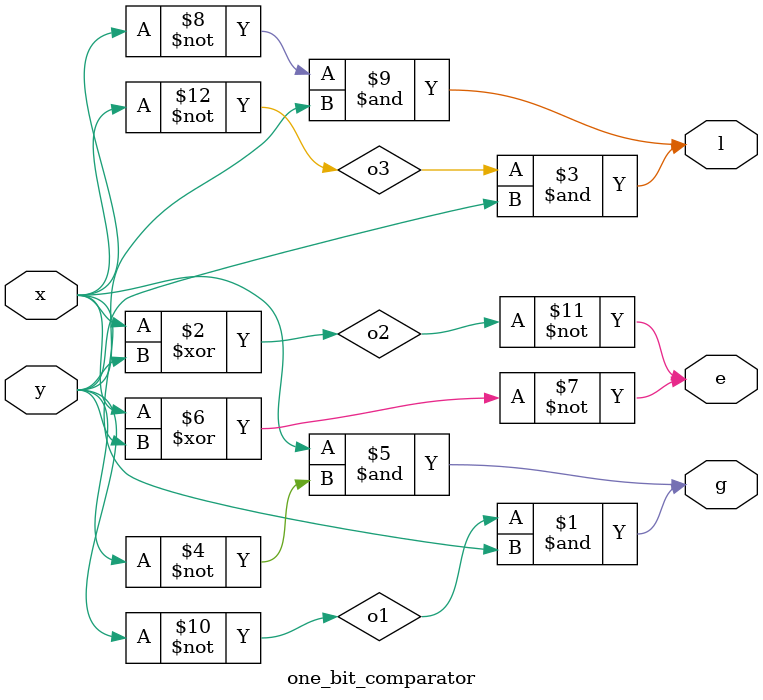
<source format=v>
module one_bit_comparator(g,e,l,x,y);

input x,y;
output g,e,l;

//for structural modeling
wire o1 ,o2 ,o3;

//structural modeling
not g1(o1,y);
and g2(g,o1,x);
xor g3(o2,x,y);
not g4(e,o2);
not g5(o3,x);
and g6(l,o3,y);

//dataflow modeling
assign g= x & ~y;
assign e = ~(x^y);
assign l = ~x & y;

endmodule
</source>
